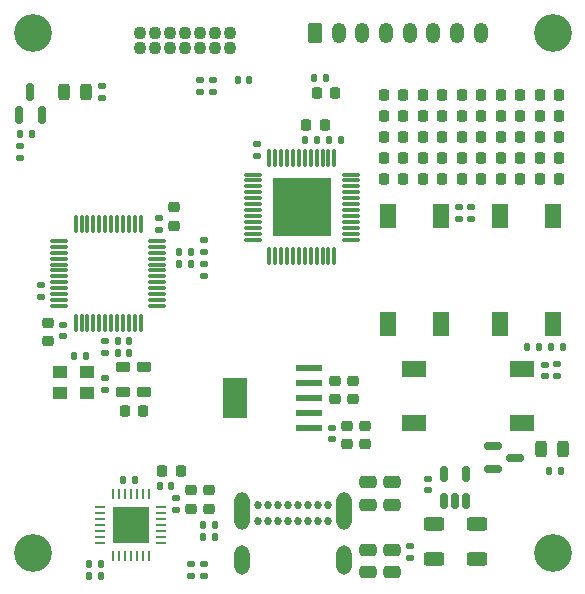
<source format=gts>
G04 #@! TF.GenerationSoftware,KiCad,Pcbnew,(6.0.0)*
G04 #@! TF.CreationDate,2022-05-24T20:35:50-07:00*
G04 #@! TF.ProjectId,TrackpadLights,54726163-6b70-4616-944c-69676874732e,rev?*
G04 #@! TF.SameCoordinates,Original*
G04 #@! TF.FileFunction,Soldermask,Top*
G04 #@! TF.FilePolarity,Negative*
%FSLAX46Y46*%
G04 Gerber Fmt 4.6, Leading zero omitted, Abs format (unit mm)*
G04 Created by KiCad (PCBNEW (6.0.0)) date 2022-05-24 20:35:50*
%MOMM*%
%LPD*%
G01*
G04 APERTURE LIST*
G04 Aperture macros list*
%AMRoundRect*
0 Rectangle with rounded corners*
0 $1 Rounding radius*
0 $2 $3 $4 $5 $6 $7 $8 $9 X,Y pos of 4 corners*
0 Add a 4 corners polygon primitive as box body*
4,1,4,$2,$3,$4,$5,$6,$7,$8,$9,$2,$3,0*
0 Add four circle primitives for the rounded corners*
1,1,$1+$1,$2,$3*
1,1,$1+$1,$4,$5*
1,1,$1+$1,$6,$7*
1,1,$1+$1,$8,$9*
0 Add four rect primitives between the rounded corners*
20,1,$1+$1,$2,$3,$4,$5,0*
20,1,$1+$1,$4,$5,$6,$7,0*
20,1,$1+$1,$6,$7,$8,$9,0*
20,1,$1+$1,$8,$9,$2,$3,0*%
G04 Aperture macros list end*
%ADD10RoundRect,0.135000X0.135000X0.185000X-0.135000X0.185000X-0.135000X-0.185000X0.135000X-0.185000X0*%
%ADD11RoundRect,0.075000X-0.662500X-0.075000X0.662500X-0.075000X0.662500X0.075000X-0.662500X0.075000X0*%
%ADD12RoundRect,0.075000X-0.075000X-0.662500X0.075000X-0.662500X0.075000X0.662500X-0.075000X0.662500X0*%
%ADD13R,5.000000X5.000000*%
%ADD14C,3.200000*%
%ADD15RoundRect,0.135000X-0.135000X-0.185000X0.135000X-0.185000X0.135000X0.185000X-0.135000X0.185000X0*%
%ADD16RoundRect,0.135000X-0.185000X0.135000X-0.185000X-0.135000X0.185000X-0.135000X0.185000X0.135000X0*%
%ADD17RoundRect,0.218750X-0.218750X-0.256250X0.218750X-0.256250X0.218750X0.256250X-0.218750X0.256250X0*%
%ADD18RoundRect,0.140000X-0.140000X-0.170000X0.140000X-0.170000X0.140000X0.170000X-0.140000X0.170000X0*%
%ADD19RoundRect,0.250000X-0.625000X0.312500X-0.625000X-0.312500X0.625000X-0.312500X0.625000X0.312500X0*%
%ADD20RoundRect,0.135000X0.185000X-0.135000X0.185000X0.135000X-0.185000X0.135000X-0.185000X-0.135000X0*%
%ADD21RoundRect,0.225000X0.250000X-0.225000X0.250000X0.225000X-0.250000X0.225000X-0.250000X-0.225000X0*%
%ADD22R,2.200000X0.600000*%
%ADD23R,2.150000X3.450000*%
%ADD24RoundRect,0.250000X-0.475000X0.250000X-0.475000X-0.250000X0.475000X-0.250000X0.475000X0.250000X0*%
%ADD25RoundRect,0.225000X-0.250000X0.225000X-0.250000X-0.225000X0.250000X-0.225000X0.250000X0.225000X0*%
%ADD26R,0.900000X0.254000*%
%ADD27R,0.254000X0.900000*%
%ADD28R,3.100000X3.100000*%
%ADD29RoundRect,0.140000X-0.170000X0.140000X-0.170000X-0.140000X0.170000X-0.140000X0.170000X0.140000X0*%
%ADD30R,1.300000X1.100000*%
%ADD31RoundRect,0.075000X0.075000X-0.662500X0.075000X0.662500X-0.075000X0.662500X-0.075000X-0.662500X0*%
%ADD32RoundRect,0.075000X0.662500X-0.075000X0.662500X0.075000X-0.662500X0.075000X-0.662500X-0.075000X0*%
%ADD33R,2.100000X1.400000*%
%ADD34RoundRect,0.140000X0.140000X0.170000X-0.140000X0.170000X-0.140000X-0.170000X0.140000X-0.170000X0*%
%ADD35RoundRect,0.150000X-0.587500X-0.150000X0.587500X-0.150000X0.587500X0.150000X-0.587500X0.150000X0*%
%ADD36RoundRect,0.150000X0.150000X-0.512500X0.150000X0.512500X-0.150000X0.512500X-0.150000X-0.512500X0*%
%ADD37RoundRect,0.140000X0.170000X-0.140000X0.170000X0.140000X-0.170000X0.140000X-0.170000X-0.140000X0*%
%ADD38RoundRect,0.250000X0.475000X-0.250000X0.475000X0.250000X-0.475000X0.250000X-0.475000X-0.250000X0*%
%ADD39RoundRect,0.225000X0.225000X0.250000X-0.225000X0.250000X-0.225000X-0.250000X0.225000X-0.250000X0*%
%ADD40C,0.685800*%
%ADD41O,1.300000X2.500000*%
%ADD42O,1.300000X3.200000*%
%ADD43RoundRect,0.150000X0.150000X-0.587500X0.150000X0.587500X-0.150000X0.587500X-0.150000X-0.587500X0*%
%ADD44R,1.400000X2.100000*%
%ADD45RoundRect,0.250000X0.625000X-0.312500X0.625000X0.312500X-0.625000X0.312500X-0.625000X-0.312500X0*%
%ADD46RoundRect,0.225000X-0.225000X-0.250000X0.225000X-0.250000X0.225000X0.250000X-0.225000X0.250000X0*%
%ADD47RoundRect,0.243750X-0.243750X-0.456250X0.243750X-0.456250X0.243750X0.456250X-0.243750X0.456250X0*%
%ADD48RoundRect,0.218750X-0.381250X0.218750X-0.381250X-0.218750X0.381250X-0.218750X0.381250X0.218750X0*%
%ADD49RoundRect,0.218750X0.381250X-0.218750X0.381250X0.218750X-0.381250X0.218750X-0.381250X-0.218750X0*%
%ADD50RoundRect,0.250000X-0.350000X-0.625000X0.350000X-0.625000X0.350000X0.625000X-0.350000X0.625000X0*%
%ADD51O,1.200000X1.750000*%
%ADD52C,1.100000*%
G04 APERTURE END LIST*
D10*
X114085000Y-87027000D03*
X113065000Y-87027000D03*
D11*
X106618500Y-89992000D03*
X106618500Y-90492000D03*
X106618500Y-90992000D03*
X106618500Y-91492000D03*
X106618500Y-91992000D03*
X106618500Y-92492000D03*
X106618500Y-92992000D03*
X106618500Y-93492000D03*
X106618500Y-93992000D03*
X106618500Y-94492000D03*
X106618500Y-94992000D03*
X106618500Y-95492000D03*
D12*
X108031000Y-96904500D03*
X108531000Y-96904500D03*
X109031000Y-96904500D03*
X109531000Y-96904500D03*
X110031000Y-96904500D03*
X110531000Y-96904500D03*
X111031000Y-96904500D03*
X111531000Y-96904500D03*
X112031000Y-96904500D03*
X112531000Y-96904500D03*
X113031000Y-96904500D03*
X113531000Y-96904500D03*
D11*
X114943500Y-95492000D03*
X114943500Y-94992000D03*
X114943500Y-94492000D03*
X114943500Y-93992000D03*
X114943500Y-93492000D03*
X114943500Y-92992000D03*
X114943500Y-92492000D03*
X114943500Y-91992000D03*
X114943500Y-91492000D03*
X114943500Y-90992000D03*
X114943500Y-90492000D03*
X114943500Y-89992000D03*
D12*
X113531000Y-88579500D03*
X113031000Y-88579500D03*
X112531000Y-88579500D03*
X112031000Y-88579500D03*
X111531000Y-88579500D03*
X111031000Y-88579500D03*
X110531000Y-88579500D03*
X110031000Y-88579500D03*
X109531000Y-88579500D03*
X109031000Y-88579500D03*
X108531000Y-88579500D03*
X108031000Y-88579500D03*
D13*
X110781000Y-92742000D03*
D14*
X131999990Y-122000010D03*
D15*
X131734000Y-115094000D03*
X132754000Y-115094000D03*
D16*
X88683000Y-99344000D03*
X88683000Y-100364000D03*
D17*
X127646500Y-84994996D03*
X129221500Y-84994996D03*
D18*
X111825000Y-81820000D03*
X112785000Y-81820000D03*
D19*
X121957000Y-119600500D03*
X121957000Y-122525500D03*
D17*
X127646500Y-83217000D03*
X129221500Y-83217000D03*
D20*
X125132000Y-93760000D03*
X125132000Y-92740000D03*
D17*
X117740492Y-83216996D03*
X119315492Y-83216996D03*
X124344500Y-83217000D03*
X125919500Y-83217000D03*
D21*
X101383000Y-118282000D03*
X101383000Y-116732000D03*
D17*
X124344500Y-84994996D03*
X125919500Y-84994996D03*
D16*
X132371000Y-106047000D03*
X132371000Y-107067000D03*
D22*
X111378500Y-111411000D03*
X111378500Y-110141000D03*
D23*
X105078500Y-108871000D03*
D22*
X111378500Y-108871000D03*
X111378500Y-107601000D03*
X111378500Y-106331000D03*
D17*
X130948492Y-90328996D03*
X132523492Y-90328996D03*
D24*
X118401000Y-121764000D03*
X118401000Y-123664000D03*
D17*
X130948492Y-84994996D03*
X132523492Y-84994996D03*
X121042492Y-88550996D03*
X122617492Y-88550996D03*
D25*
X113575000Y-107461000D03*
X113575000Y-109011000D03*
D26*
X98893000Y-121166000D03*
X98893000Y-120666000D03*
X98893000Y-120166000D03*
X98893000Y-119666000D03*
X98893000Y-119166000D03*
X98893000Y-118666000D03*
X98893000Y-118166000D03*
D27*
X97803000Y-117076000D03*
X97303000Y-117076000D03*
X96803000Y-117076000D03*
X96303000Y-117076000D03*
X95803000Y-117076000D03*
X95303000Y-117076000D03*
X94803000Y-117076000D03*
D26*
X93713000Y-118166000D03*
X93713000Y-118666000D03*
X93713000Y-119166000D03*
X93713000Y-119666000D03*
X93713000Y-120166000D03*
X93713000Y-120666000D03*
X93713000Y-121166000D03*
D27*
X94803000Y-122256000D03*
X95303000Y-122256000D03*
X95803000Y-122256000D03*
X96303000Y-122256000D03*
X96803000Y-122256000D03*
X97303000Y-122256000D03*
X97803000Y-122256000D03*
D28*
X96303000Y-119666000D03*
D29*
X94144000Y-107248000D03*
X94144000Y-108208000D03*
D16*
X101383000Y-122966000D03*
X101383000Y-123986000D03*
D17*
X121042500Y-83217000D03*
X122617500Y-83217000D03*
X117740492Y-88550996D03*
X119315492Y-88550996D03*
D30*
X90327000Y-108501000D03*
X92627000Y-108501000D03*
X92627000Y-106701000D03*
X90327000Y-106701000D03*
D10*
X103417000Y-120682000D03*
X102397000Y-120682000D03*
X132881000Y-104553000D03*
X131861000Y-104553000D03*
D31*
X91620000Y-102521000D03*
X92120000Y-102521000D03*
X92620000Y-102521000D03*
X93120000Y-102521000D03*
X93620000Y-102521000D03*
X94120000Y-102521000D03*
X94620000Y-102521000D03*
X95120000Y-102521000D03*
X95620000Y-102521000D03*
X96120000Y-102521000D03*
X96620000Y-102521000D03*
X97120000Y-102521000D03*
D32*
X98532500Y-101108500D03*
X98532500Y-100608500D03*
X98532500Y-100108500D03*
X98532500Y-99608500D03*
X98532500Y-99108500D03*
X98532500Y-98608500D03*
X98532500Y-98108500D03*
X98532500Y-97608500D03*
X98532500Y-97108500D03*
X98532500Y-96608500D03*
X98532500Y-96108500D03*
X98532500Y-95608500D03*
D31*
X97120000Y-94196000D03*
X96620000Y-94196000D03*
X96120000Y-94196000D03*
X95620000Y-94196000D03*
X95120000Y-94196000D03*
X94620000Y-94196000D03*
X94120000Y-94196000D03*
X93620000Y-94196000D03*
X93120000Y-94196000D03*
X92620000Y-94196000D03*
X92120000Y-94196000D03*
X91620000Y-94196000D03*
D32*
X90207500Y-95608500D03*
X90207500Y-96108500D03*
X90207500Y-96608500D03*
X90207500Y-97108500D03*
X90207500Y-97608500D03*
X90207500Y-98108500D03*
X90207500Y-98608500D03*
X90207500Y-99108500D03*
X90207500Y-99608500D03*
X90207500Y-100108500D03*
X90207500Y-100608500D03*
X90207500Y-101108500D03*
D17*
X127646500Y-86772996D03*
X129221500Y-86772996D03*
D33*
X129394500Y-110994000D03*
X120294500Y-110994000D03*
X129394500Y-106494000D03*
X120294500Y-106494000D03*
D34*
X92465000Y-105315000D03*
X91505000Y-105315000D03*
D21*
X102907000Y-118282000D03*
X102907000Y-116732000D03*
D35*
X126988500Y-113001000D03*
X126988500Y-114901000D03*
X128863500Y-113951000D03*
D24*
X116369000Y-121764000D03*
X116369000Y-123664000D03*
D36*
X122785000Y-117628500D03*
X123735000Y-117628500D03*
X124685000Y-117628500D03*
X124685000Y-115353500D03*
X122785000Y-115353500D03*
D37*
X100113000Y-118368000D03*
X100113000Y-117408000D03*
D16*
X94144000Y-104043000D03*
X94144000Y-105063000D03*
D38*
X118401000Y-117949000D03*
X118401000Y-116049000D03*
D14*
X131999990Y-77999996D03*
D17*
X127646500Y-88550996D03*
X129221500Y-88550996D03*
X127646500Y-90328996D03*
X129221500Y-90328996D03*
D20*
X86905000Y-88553000D03*
X86905000Y-87533000D03*
D25*
X115099000Y-107461000D03*
X115099000Y-109011000D03*
D39*
X97332000Y-110014000D03*
X95782000Y-110014000D03*
D29*
X119925000Y-121472000D03*
X119925000Y-122432000D03*
D40*
X107030009Y-117960004D03*
X107880009Y-117960004D03*
X108730009Y-117960004D03*
X109580009Y-117960004D03*
X110430010Y-117960004D03*
X111280008Y-117960004D03*
X112130009Y-117960004D03*
X112980010Y-117960004D03*
X112980010Y-119310004D03*
X112130009Y-119310004D03*
X111280008Y-119310004D03*
X110430010Y-119310004D03*
X109580009Y-119310004D03*
X108730009Y-119310004D03*
X107880009Y-119310004D03*
X107030009Y-119310004D03*
D41*
X105685008Y-122610005D03*
D42*
X105685008Y-118460003D03*
X114325008Y-118460003D03*
D41*
X114325008Y-122610005D03*
D17*
X117740492Y-84994996D03*
X119315492Y-84994996D03*
D29*
X90560000Y-102704500D03*
X90560000Y-103664500D03*
D17*
X121042492Y-86772996D03*
X122617492Y-86772996D03*
D38*
X116369000Y-117949000D03*
X116369000Y-116049000D03*
D34*
X96148000Y-105061000D03*
X95188000Y-105061000D03*
D10*
X87923000Y-86519000D03*
X86903000Y-86519000D03*
D43*
X86844000Y-84916500D03*
X88744000Y-84916500D03*
X87794000Y-83041500D03*
D17*
X121042492Y-90328996D03*
X122617492Y-90328996D03*
D14*
X88000002Y-77999996D03*
D34*
X106308000Y-81947000D03*
X105348000Y-81947000D03*
D44*
X118056000Y-102626000D03*
X118056000Y-93526000D03*
X122556000Y-102626000D03*
X122556000Y-93526000D03*
D45*
X125640000Y-122525500D03*
X125640000Y-119600500D03*
D46*
X98957000Y-115094000D03*
X100507000Y-115094000D03*
D17*
X117740492Y-86772996D03*
X119315492Y-86772996D03*
D34*
X96148000Y-104045000D03*
X95188000Y-104045000D03*
D16*
X102145000Y-81945000D03*
X102145000Y-82965000D03*
D47*
X131052500Y-113189000D03*
X132927500Y-113189000D03*
D15*
X95666000Y-115856000D03*
X96686000Y-115856000D03*
D17*
X130948492Y-88550996D03*
X132523492Y-88550996D03*
D48*
X95668000Y-106284500D03*
X95668000Y-108409500D03*
D29*
X113321000Y-111439000D03*
X113321000Y-112399000D03*
D17*
X124344500Y-88550996D03*
X125919500Y-88550996D03*
D10*
X101385000Y-97568000D03*
X100365000Y-97568000D03*
D21*
X99958000Y-94307500D03*
X99958000Y-92757500D03*
D17*
X130948492Y-86772996D03*
X132523492Y-86772996D03*
X124344500Y-90328996D03*
X125919500Y-90328996D03*
D15*
X92745000Y-122968000D03*
X93765000Y-122968000D03*
D37*
X98688000Y-94647500D03*
X98688000Y-93687500D03*
D16*
X103288000Y-81945000D03*
X103288000Y-82965000D03*
D17*
X121042492Y-84994996D03*
X122617492Y-84994996D03*
D46*
X111144000Y-85757000D03*
X112694000Y-85757000D03*
D18*
X111063000Y-87027000D03*
X112023000Y-87027000D03*
D17*
X124344500Y-86772996D03*
X125919500Y-86772996D03*
D49*
X97446000Y-108409500D03*
X97446000Y-106284500D03*
D20*
X93890000Y-83473000D03*
X93890000Y-82453000D03*
D46*
X112038000Y-83090000D03*
X113588000Y-83090000D03*
D25*
X116115000Y-111271000D03*
X116115000Y-112821000D03*
D16*
X106971000Y-87406000D03*
X106971000Y-88426000D03*
D18*
X129859000Y-104553000D03*
X130819000Y-104553000D03*
D37*
X131355000Y-107037000D03*
X131355000Y-106077000D03*
D20*
X102526000Y-96554000D03*
X102526000Y-95534000D03*
D44*
X127581000Y-102626000D03*
X127581000Y-93526000D03*
X132081000Y-102626000D03*
X132081000Y-93526000D03*
D16*
X102526000Y-122966000D03*
X102526000Y-123986000D03*
D10*
X101385000Y-96552000D03*
X100365000Y-96552000D03*
D16*
X102526000Y-97566000D03*
X102526000Y-98586000D03*
D17*
X130948492Y-83216996D03*
X132523492Y-83216996D03*
D50*
X111909000Y-77968000D03*
D51*
X113909000Y-77968000D03*
X115909000Y-77968000D03*
X117909000Y-77968000D03*
X119909000Y-77968000D03*
X121909000Y-77968000D03*
X123909000Y-77968000D03*
X125909000Y-77968000D03*
D37*
X121449000Y-116717000D03*
X121449000Y-115757000D03*
D14*
X88000002Y-122000010D03*
D47*
X90666500Y-82963000D03*
X92541500Y-82963000D03*
D25*
X89290000Y-102536500D03*
X89290000Y-104086500D03*
D10*
X103417000Y-119666000D03*
X102397000Y-119666000D03*
D17*
X117740492Y-90328996D03*
X119315492Y-90328996D03*
D15*
X92745000Y-123984000D03*
X93765000Y-123984000D03*
D18*
X98744000Y-116364000D03*
X99704000Y-116364000D03*
D52*
X104685000Y-77979000D03*
X104685000Y-79249000D03*
X103415000Y-77979000D03*
X103415000Y-79249000D03*
X102145000Y-77979000D03*
X102145000Y-79249000D03*
X100875000Y-77979000D03*
X100875000Y-79249000D03*
X99605000Y-77979000D03*
X99605000Y-79249000D03*
X98335000Y-77979000D03*
X98335000Y-79249000D03*
X97065000Y-77979000D03*
X97065000Y-79249000D03*
D25*
X114591000Y-111271000D03*
X114591000Y-112821000D03*
D37*
X124116000Y-93730000D03*
X124116000Y-92770000D03*
M02*

</source>
